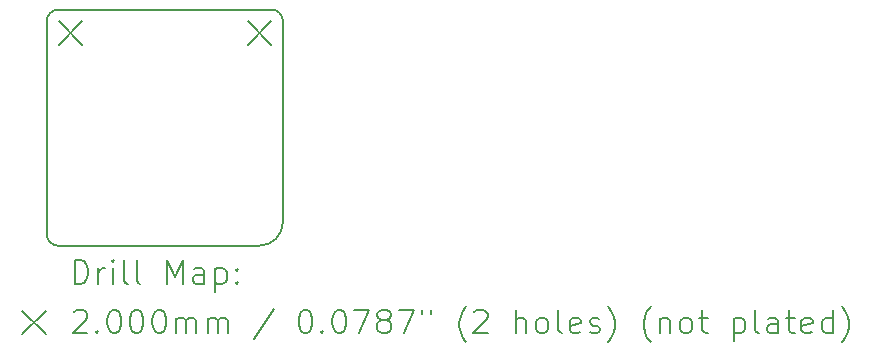
<source format=gbr>
%TF.GenerationSoftware,KiCad,Pcbnew,7.0.2*%
%TF.CreationDate,2023-09-13T14:26:03-04:00*%
%TF.ProjectId,PicoMod,5069636f-4d6f-4642-9e6b-696361645f70,rev?*%
%TF.SameCoordinates,Original*%
%TF.FileFunction,Drillmap*%
%TF.FilePolarity,Positive*%
%FSLAX45Y45*%
G04 Gerber Fmt 4.5, Leading zero omitted, Abs format (unit mm)*
G04 Created by KiCad (PCBNEW 7.0.2) date 2023-09-13 14:26:03*
%MOMM*%
%LPD*%
G01*
G04 APERTURE LIST*
%ADD10C,0.200000*%
G04 APERTURE END LIST*
D10*
X2099999Y-2000000D02*
G75*
G03*
X2000000Y-2099999I1J-100000D01*
G01*
X3800000Y-4000000D02*
X2100000Y-4000000D01*
X2099999Y-1999999D02*
X3900013Y-1999987D01*
X4000003Y-2099987D02*
G75*
G03*
X3900013Y-1999987I-100003J-3D01*
G01*
X4000000Y-2099987D02*
X4000000Y-3800000D01*
X3800000Y-4000000D02*
G75*
G03*
X4000000Y-3800000I0J200000D01*
G01*
X2000000Y-3900000D02*
X2000000Y-2099999D01*
X2000000Y-3900000D02*
G75*
G03*
X2100000Y-4000000I100000J0D01*
G01*
X2100000Y-2100000D02*
X2300000Y-2300000D01*
X2300000Y-2100000D02*
X2100000Y-2300000D01*
X3700000Y-2100000D02*
X3900000Y-2300000D01*
X3900000Y-2100000D02*
X3700000Y-2300000D01*
X2237619Y-4322524D02*
X2237619Y-4122524D01*
X2237619Y-4122524D02*
X2285238Y-4122524D01*
X2285238Y-4122524D02*
X2313810Y-4132048D01*
X2313810Y-4132048D02*
X2332857Y-4151095D01*
X2332857Y-4151095D02*
X2342381Y-4170143D01*
X2342381Y-4170143D02*
X2351905Y-4208238D01*
X2351905Y-4208238D02*
X2351905Y-4236810D01*
X2351905Y-4236810D02*
X2342381Y-4274905D01*
X2342381Y-4274905D02*
X2332857Y-4293952D01*
X2332857Y-4293952D02*
X2313810Y-4313000D01*
X2313810Y-4313000D02*
X2285238Y-4322524D01*
X2285238Y-4322524D02*
X2237619Y-4322524D01*
X2437619Y-4322524D02*
X2437619Y-4189190D01*
X2437619Y-4227286D02*
X2447143Y-4208238D01*
X2447143Y-4208238D02*
X2456667Y-4198714D01*
X2456667Y-4198714D02*
X2475714Y-4189190D01*
X2475714Y-4189190D02*
X2494762Y-4189190D01*
X2561429Y-4322524D02*
X2561429Y-4189190D01*
X2561429Y-4122524D02*
X2551905Y-4132048D01*
X2551905Y-4132048D02*
X2561429Y-4141571D01*
X2561429Y-4141571D02*
X2570952Y-4132048D01*
X2570952Y-4132048D02*
X2561429Y-4122524D01*
X2561429Y-4122524D02*
X2561429Y-4141571D01*
X2685238Y-4322524D02*
X2666190Y-4313000D01*
X2666190Y-4313000D02*
X2656667Y-4293952D01*
X2656667Y-4293952D02*
X2656667Y-4122524D01*
X2790000Y-4322524D02*
X2770952Y-4313000D01*
X2770952Y-4313000D02*
X2761429Y-4293952D01*
X2761429Y-4293952D02*
X2761429Y-4122524D01*
X3018571Y-4322524D02*
X3018571Y-4122524D01*
X3018571Y-4122524D02*
X3085238Y-4265381D01*
X3085238Y-4265381D02*
X3151905Y-4122524D01*
X3151905Y-4122524D02*
X3151905Y-4322524D01*
X3332857Y-4322524D02*
X3332857Y-4217762D01*
X3332857Y-4217762D02*
X3323333Y-4198714D01*
X3323333Y-4198714D02*
X3304286Y-4189190D01*
X3304286Y-4189190D02*
X3266190Y-4189190D01*
X3266190Y-4189190D02*
X3247143Y-4198714D01*
X3332857Y-4313000D02*
X3313809Y-4322524D01*
X3313809Y-4322524D02*
X3266190Y-4322524D01*
X3266190Y-4322524D02*
X3247143Y-4313000D01*
X3247143Y-4313000D02*
X3237619Y-4293952D01*
X3237619Y-4293952D02*
X3237619Y-4274905D01*
X3237619Y-4274905D02*
X3247143Y-4255857D01*
X3247143Y-4255857D02*
X3266190Y-4246333D01*
X3266190Y-4246333D02*
X3313809Y-4246333D01*
X3313809Y-4246333D02*
X3332857Y-4236810D01*
X3428095Y-4189190D02*
X3428095Y-4389190D01*
X3428095Y-4198714D02*
X3447143Y-4189190D01*
X3447143Y-4189190D02*
X3485238Y-4189190D01*
X3485238Y-4189190D02*
X3504286Y-4198714D01*
X3504286Y-4198714D02*
X3513809Y-4208238D01*
X3513809Y-4208238D02*
X3523333Y-4227286D01*
X3523333Y-4227286D02*
X3523333Y-4284429D01*
X3523333Y-4284429D02*
X3513809Y-4303476D01*
X3513809Y-4303476D02*
X3504286Y-4313000D01*
X3504286Y-4313000D02*
X3485238Y-4322524D01*
X3485238Y-4322524D02*
X3447143Y-4322524D01*
X3447143Y-4322524D02*
X3428095Y-4313000D01*
X3609048Y-4303476D02*
X3618571Y-4313000D01*
X3618571Y-4313000D02*
X3609048Y-4322524D01*
X3609048Y-4322524D02*
X3599524Y-4313000D01*
X3599524Y-4313000D02*
X3609048Y-4303476D01*
X3609048Y-4303476D02*
X3609048Y-4322524D01*
X3609048Y-4198714D02*
X3618571Y-4208238D01*
X3618571Y-4208238D02*
X3609048Y-4217762D01*
X3609048Y-4217762D02*
X3599524Y-4208238D01*
X3599524Y-4208238D02*
X3609048Y-4198714D01*
X3609048Y-4198714D02*
X3609048Y-4217762D01*
X1790000Y-4550000D02*
X1990000Y-4750000D01*
X1990000Y-4550000D02*
X1790000Y-4750000D01*
X2228095Y-4561571D02*
X2237619Y-4552048D01*
X2237619Y-4552048D02*
X2256667Y-4542524D01*
X2256667Y-4542524D02*
X2304286Y-4542524D01*
X2304286Y-4542524D02*
X2323333Y-4552048D01*
X2323333Y-4552048D02*
X2332857Y-4561571D01*
X2332857Y-4561571D02*
X2342381Y-4580619D01*
X2342381Y-4580619D02*
X2342381Y-4599667D01*
X2342381Y-4599667D02*
X2332857Y-4628238D01*
X2332857Y-4628238D02*
X2218571Y-4742524D01*
X2218571Y-4742524D02*
X2342381Y-4742524D01*
X2428095Y-4723476D02*
X2437619Y-4733000D01*
X2437619Y-4733000D02*
X2428095Y-4742524D01*
X2428095Y-4742524D02*
X2418571Y-4733000D01*
X2418571Y-4733000D02*
X2428095Y-4723476D01*
X2428095Y-4723476D02*
X2428095Y-4742524D01*
X2561429Y-4542524D02*
X2580476Y-4542524D01*
X2580476Y-4542524D02*
X2599524Y-4552048D01*
X2599524Y-4552048D02*
X2609048Y-4561571D01*
X2609048Y-4561571D02*
X2618571Y-4580619D01*
X2618571Y-4580619D02*
X2628095Y-4618714D01*
X2628095Y-4618714D02*
X2628095Y-4666333D01*
X2628095Y-4666333D02*
X2618571Y-4704429D01*
X2618571Y-4704429D02*
X2609048Y-4723476D01*
X2609048Y-4723476D02*
X2599524Y-4733000D01*
X2599524Y-4733000D02*
X2580476Y-4742524D01*
X2580476Y-4742524D02*
X2561429Y-4742524D01*
X2561429Y-4742524D02*
X2542381Y-4733000D01*
X2542381Y-4733000D02*
X2532857Y-4723476D01*
X2532857Y-4723476D02*
X2523333Y-4704429D01*
X2523333Y-4704429D02*
X2513810Y-4666333D01*
X2513810Y-4666333D02*
X2513810Y-4618714D01*
X2513810Y-4618714D02*
X2523333Y-4580619D01*
X2523333Y-4580619D02*
X2532857Y-4561571D01*
X2532857Y-4561571D02*
X2542381Y-4552048D01*
X2542381Y-4552048D02*
X2561429Y-4542524D01*
X2751905Y-4542524D02*
X2770952Y-4542524D01*
X2770952Y-4542524D02*
X2790000Y-4552048D01*
X2790000Y-4552048D02*
X2799524Y-4561571D01*
X2799524Y-4561571D02*
X2809048Y-4580619D01*
X2809048Y-4580619D02*
X2818571Y-4618714D01*
X2818571Y-4618714D02*
X2818571Y-4666333D01*
X2818571Y-4666333D02*
X2809048Y-4704429D01*
X2809048Y-4704429D02*
X2799524Y-4723476D01*
X2799524Y-4723476D02*
X2790000Y-4733000D01*
X2790000Y-4733000D02*
X2770952Y-4742524D01*
X2770952Y-4742524D02*
X2751905Y-4742524D01*
X2751905Y-4742524D02*
X2732857Y-4733000D01*
X2732857Y-4733000D02*
X2723333Y-4723476D01*
X2723333Y-4723476D02*
X2713810Y-4704429D01*
X2713810Y-4704429D02*
X2704286Y-4666333D01*
X2704286Y-4666333D02*
X2704286Y-4618714D01*
X2704286Y-4618714D02*
X2713810Y-4580619D01*
X2713810Y-4580619D02*
X2723333Y-4561571D01*
X2723333Y-4561571D02*
X2732857Y-4552048D01*
X2732857Y-4552048D02*
X2751905Y-4542524D01*
X2942381Y-4542524D02*
X2961429Y-4542524D01*
X2961429Y-4542524D02*
X2980476Y-4552048D01*
X2980476Y-4552048D02*
X2990000Y-4561571D01*
X2990000Y-4561571D02*
X2999524Y-4580619D01*
X2999524Y-4580619D02*
X3009048Y-4618714D01*
X3009048Y-4618714D02*
X3009048Y-4666333D01*
X3009048Y-4666333D02*
X2999524Y-4704429D01*
X2999524Y-4704429D02*
X2990000Y-4723476D01*
X2990000Y-4723476D02*
X2980476Y-4733000D01*
X2980476Y-4733000D02*
X2961429Y-4742524D01*
X2961429Y-4742524D02*
X2942381Y-4742524D01*
X2942381Y-4742524D02*
X2923333Y-4733000D01*
X2923333Y-4733000D02*
X2913809Y-4723476D01*
X2913809Y-4723476D02*
X2904286Y-4704429D01*
X2904286Y-4704429D02*
X2894762Y-4666333D01*
X2894762Y-4666333D02*
X2894762Y-4618714D01*
X2894762Y-4618714D02*
X2904286Y-4580619D01*
X2904286Y-4580619D02*
X2913809Y-4561571D01*
X2913809Y-4561571D02*
X2923333Y-4552048D01*
X2923333Y-4552048D02*
X2942381Y-4542524D01*
X3094762Y-4742524D02*
X3094762Y-4609190D01*
X3094762Y-4628238D02*
X3104286Y-4618714D01*
X3104286Y-4618714D02*
X3123333Y-4609190D01*
X3123333Y-4609190D02*
X3151905Y-4609190D01*
X3151905Y-4609190D02*
X3170952Y-4618714D01*
X3170952Y-4618714D02*
X3180476Y-4637762D01*
X3180476Y-4637762D02*
X3180476Y-4742524D01*
X3180476Y-4637762D02*
X3190000Y-4618714D01*
X3190000Y-4618714D02*
X3209048Y-4609190D01*
X3209048Y-4609190D02*
X3237619Y-4609190D01*
X3237619Y-4609190D02*
X3256667Y-4618714D01*
X3256667Y-4618714D02*
X3266190Y-4637762D01*
X3266190Y-4637762D02*
X3266190Y-4742524D01*
X3361429Y-4742524D02*
X3361429Y-4609190D01*
X3361429Y-4628238D02*
X3370952Y-4618714D01*
X3370952Y-4618714D02*
X3390000Y-4609190D01*
X3390000Y-4609190D02*
X3418571Y-4609190D01*
X3418571Y-4609190D02*
X3437619Y-4618714D01*
X3437619Y-4618714D02*
X3447143Y-4637762D01*
X3447143Y-4637762D02*
X3447143Y-4742524D01*
X3447143Y-4637762D02*
X3456667Y-4618714D01*
X3456667Y-4618714D02*
X3475714Y-4609190D01*
X3475714Y-4609190D02*
X3504286Y-4609190D01*
X3504286Y-4609190D02*
X3523333Y-4618714D01*
X3523333Y-4618714D02*
X3532857Y-4637762D01*
X3532857Y-4637762D02*
X3532857Y-4742524D01*
X3923333Y-4533000D02*
X3751905Y-4790143D01*
X4180476Y-4542524D02*
X4199524Y-4542524D01*
X4199524Y-4542524D02*
X4218572Y-4552048D01*
X4218572Y-4552048D02*
X4228095Y-4561571D01*
X4228095Y-4561571D02*
X4237619Y-4580619D01*
X4237619Y-4580619D02*
X4247143Y-4618714D01*
X4247143Y-4618714D02*
X4247143Y-4666333D01*
X4247143Y-4666333D02*
X4237619Y-4704429D01*
X4237619Y-4704429D02*
X4228095Y-4723476D01*
X4228095Y-4723476D02*
X4218572Y-4733000D01*
X4218572Y-4733000D02*
X4199524Y-4742524D01*
X4199524Y-4742524D02*
X4180476Y-4742524D01*
X4180476Y-4742524D02*
X4161429Y-4733000D01*
X4161429Y-4733000D02*
X4151905Y-4723476D01*
X4151905Y-4723476D02*
X4142381Y-4704429D01*
X4142381Y-4704429D02*
X4132857Y-4666333D01*
X4132857Y-4666333D02*
X4132857Y-4618714D01*
X4132857Y-4618714D02*
X4142381Y-4580619D01*
X4142381Y-4580619D02*
X4151905Y-4561571D01*
X4151905Y-4561571D02*
X4161429Y-4552048D01*
X4161429Y-4552048D02*
X4180476Y-4542524D01*
X4332857Y-4723476D02*
X4342381Y-4733000D01*
X4342381Y-4733000D02*
X4332857Y-4742524D01*
X4332857Y-4742524D02*
X4323334Y-4733000D01*
X4323334Y-4733000D02*
X4332857Y-4723476D01*
X4332857Y-4723476D02*
X4332857Y-4742524D01*
X4466191Y-4542524D02*
X4485238Y-4542524D01*
X4485238Y-4542524D02*
X4504286Y-4552048D01*
X4504286Y-4552048D02*
X4513810Y-4561571D01*
X4513810Y-4561571D02*
X4523334Y-4580619D01*
X4523334Y-4580619D02*
X4532857Y-4618714D01*
X4532857Y-4618714D02*
X4532857Y-4666333D01*
X4532857Y-4666333D02*
X4523334Y-4704429D01*
X4523334Y-4704429D02*
X4513810Y-4723476D01*
X4513810Y-4723476D02*
X4504286Y-4733000D01*
X4504286Y-4733000D02*
X4485238Y-4742524D01*
X4485238Y-4742524D02*
X4466191Y-4742524D01*
X4466191Y-4742524D02*
X4447143Y-4733000D01*
X4447143Y-4733000D02*
X4437619Y-4723476D01*
X4437619Y-4723476D02*
X4428095Y-4704429D01*
X4428095Y-4704429D02*
X4418572Y-4666333D01*
X4418572Y-4666333D02*
X4418572Y-4618714D01*
X4418572Y-4618714D02*
X4428095Y-4580619D01*
X4428095Y-4580619D02*
X4437619Y-4561571D01*
X4437619Y-4561571D02*
X4447143Y-4552048D01*
X4447143Y-4552048D02*
X4466191Y-4542524D01*
X4599524Y-4542524D02*
X4732857Y-4542524D01*
X4732857Y-4542524D02*
X4647143Y-4742524D01*
X4837619Y-4628238D02*
X4818572Y-4618714D01*
X4818572Y-4618714D02*
X4809048Y-4609190D01*
X4809048Y-4609190D02*
X4799524Y-4590143D01*
X4799524Y-4590143D02*
X4799524Y-4580619D01*
X4799524Y-4580619D02*
X4809048Y-4561571D01*
X4809048Y-4561571D02*
X4818572Y-4552048D01*
X4818572Y-4552048D02*
X4837619Y-4542524D01*
X4837619Y-4542524D02*
X4875715Y-4542524D01*
X4875715Y-4542524D02*
X4894762Y-4552048D01*
X4894762Y-4552048D02*
X4904286Y-4561571D01*
X4904286Y-4561571D02*
X4913810Y-4580619D01*
X4913810Y-4580619D02*
X4913810Y-4590143D01*
X4913810Y-4590143D02*
X4904286Y-4609190D01*
X4904286Y-4609190D02*
X4894762Y-4618714D01*
X4894762Y-4618714D02*
X4875715Y-4628238D01*
X4875715Y-4628238D02*
X4837619Y-4628238D01*
X4837619Y-4628238D02*
X4818572Y-4637762D01*
X4818572Y-4637762D02*
X4809048Y-4647286D01*
X4809048Y-4647286D02*
X4799524Y-4666333D01*
X4799524Y-4666333D02*
X4799524Y-4704429D01*
X4799524Y-4704429D02*
X4809048Y-4723476D01*
X4809048Y-4723476D02*
X4818572Y-4733000D01*
X4818572Y-4733000D02*
X4837619Y-4742524D01*
X4837619Y-4742524D02*
X4875715Y-4742524D01*
X4875715Y-4742524D02*
X4894762Y-4733000D01*
X4894762Y-4733000D02*
X4904286Y-4723476D01*
X4904286Y-4723476D02*
X4913810Y-4704429D01*
X4913810Y-4704429D02*
X4913810Y-4666333D01*
X4913810Y-4666333D02*
X4904286Y-4647286D01*
X4904286Y-4647286D02*
X4894762Y-4637762D01*
X4894762Y-4637762D02*
X4875715Y-4628238D01*
X4980476Y-4542524D02*
X5113810Y-4542524D01*
X5113810Y-4542524D02*
X5028095Y-4742524D01*
X5180476Y-4542524D02*
X5180476Y-4580619D01*
X5256667Y-4542524D02*
X5256667Y-4580619D01*
X5551905Y-4818714D02*
X5542381Y-4809190D01*
X5542381Y-4809190D02*
X5523334Y-4780619D01*
X5523334Y-4780619D02*
X5513810Y-4761571D01*
X5513810Y-4761571D02*
X5504286Y-4733000D01*
X5504286Y-4733000D02*
X5494762Y-4685381D01*
X5494762Y-4685381D02*
X5494762Y-4647286D01*
X5494762Y-4647286D02*
X5504286Y-4599667D01*
X5504286Y-4599667D02*
X5513810Y-4571095D01*
X5513810Y-4571095D02*
X5523334Y-4552048D01*
X5523334Y-4552048D02*
X5542381Y-4523476D01*
X5542381Y-4523476D02*
X5551905Y-4513952D01*
X5618572Y-4561571D02*
X5628095Y-4552048D01*
X5628095Y-4552048D02*
X5647143Y-4542524D01*
X5647143Y-4542524D02*
X5694762Y-4542524D01*
X5694762Y-4542524D02*
X5713810Y-4552048D01*
X5713810Y-4552048D02*
X5723334Y-4561571D01*
X5723334Y-4561571D02*
X5732857Y-4580619D01*
X5732857Y-4580619D02*
X5732857Y-4599667D01*
X5732857Y-4599667D02*
X5723334Y-4628238D01*
X5723334Y-4628238D02*
X5609048Y-4742524D01*
X5609048Y-4742524D02*
X5732857Y-4742524D01*
X5970953Y-4742524D02*
X5970953Y-4542524D01*
X6056667Y-4742524D02*
X6056667Y-4637762D01*
X6056667Y-4637762D02*
X6047143Y-4618714D01*
X6047143Y-4618714D02*
X6028096Y-4609190D01*
X6028096Y-4609190D02*
X5999524Y-4609190D01*
X5999524Y-4609190D02*
X5980476Y-4618714D01*
X5980476Y-4618714D02*
X5970953Y-4628238D01*
X6180476Y-4742524D02*
X6161429Y-4733000D01*
X6161429Y-4733000D02*
X6151905Y-4723476D01*
X6151905Y-4723476D02*
X6142381Y-4704429D01*
X6142381Y-4704429D02*
X6142381Y-4647286D01*
X6142381Y-4647286D02*
X6151905Y-4628238D01*
X6151905Y-4628238D02*
X6161429Y-4618714D01*
X6161429Y-4618714D02*
X6180476Y-4609190D01*
X6180476Y-4609190D02*
X6209048Y-4609190D01*
X6209048Y-4609190D02*
X6228096Y-4618714D01*
X6228096Y-4618714D02*
X6237619Y-4628238D01*
X6237619Y-4628238D02*
X6247143Y-4647286D01*
X6247143Y-4647286D02*
X6247143Y-4704429D01*
X6247143Y-4704429D02*
X6237619Y-4723476D01*
X6237619Y-4723476D02*
X6228096Y-4733000D01*
X6228096Y-4733000D02*
X6209048Y-4742524D01*
X6209048Y-4742524D02*
X6180476Y-4742524D01*
X6361429Y-4742524D02*
X6342381Y-4733000D01*
X6342381Y-4733000D02*
X6332857Y-4713952D01*
X6332857Y-4713952D02*
X6332857Y-4542524D01*
X6513810Y-4733000D02*
X6494762Y-4742524D01*
X6494762Y-4742524D02*
X6456667Y-4742524D01*
X6456667Y-4742524D02*
X6437619Y-4733000D01*
X6437619Y-4733000D02*
X6428096Y-4713952D01*
X6428096Y-4713952D02*
X6428096Y-4637762D01*
X6428096Y-4637762D02*
X6437619Y-4618714D01*
X6437619Y-4618714D02*
X6456667Y-4609190D01*
X6456667Y-4609190D02*
X6494762Y-4609190D01*
X6494762Y-4609190D02*
X6513810Y-4618714D01*
X6513810Y-4618714D02*
X6523334Y-4637762D01*
X6523334Y-4637762D02*
X6523334Y-4656810D01*
X6523334Y-4656810D02*
X6428096Y-4675857D01*
X6599524Y-4733000D02*
X6618572Y-4742524D01*
X6618572Y-4742524D02*
X6656667Y-4742524D01*
X6656667Y-4742524D02*
X6675715Y-4733000D01*
X6675715Y-4733000D02*
X6685238Y-4713952D01*
X6685238Y-4713952D02*
X6685238Y-4704429D01*
X6685238Y-4704429D02*
X6675715Y-4685381D01*
X6675715Y-4685381D02*
X6656667Y-4675857D01*
X6656667Y-4675857D02*
X6628096Y-4675857D01*
X6628096Y-4675857D02*
X6609048Y-4666333D01*
X6609048Y-4666333D02*
X6599524Y-4647286D01*
X6599524Y-4647286D02*
X6599524Y-4637762D01*
X6599524Y-4637762D02*
X6609048Y-4618714D01*
X6609048Y-4618714D02*
X6628096Y-4609190D01*
X6628096Y-4609190D02*
X6656667Y-4609190D01*
X6656667Y-4609190D02*
X6675715Y-4618714D01*
X6751905Y-4818714D02*
X6761429Y-4809190D01*
X6761429Y-4809190D02*
X6780477Y-4780619D01*
X6780477Y-4780619D02*
X6790000Y-4761571D01*
X6790000Y-4761571D02*
X6799524Y-4733000D01*
X6799524Y-4733000D02*
X6809048Y-4685381D01*
X6809048Y-4685381D02*
X6809048Y-4647286D01*
X6809048Y-4647286D02*
X6799524Y-4599667D01*
X6799524Y-4599667D02*
X6790000Y-4571095D01*
X6790000Y-4571095D02*
X6780477Y-4552048D01*
X6780477Y-4552048D02*
X6761429Y-4523476D01*
X6761429Y-4523476D02*
X6751905Y-4513952D01*
X7113810Y-4818714D02*
X7104286Y-4809190D01*
X7104286Y-4809190D02*
X7085238Y-4780619D01*
X7085238Y-4780619D02*
X7075715Y-4761571D01*
X7075715Y-4761571D02*
X7066191Y-4733000D01*
X7066191Y-4733000D02*
X7056667Y-4685381D01*
X7056667Y-4685381D02*
X7056667Y-4647286D01*
X7056667Y-4647286D02*
X7066191Y-4599667D01*
X7066191Y-4599667D02*
X7075715Y-4571095D01*
X7075715Y-4571095D02*
X7085238Y-4552048D01*
X7085238Y-4552048D02*
X7104286Y-4523476D01*
X7104286Y-4523476D02*
X7113810Y-4513952D01*
X7190000Y-4609190D02*
X7190000Y-4742524D01*
X7190000Y-4628238D02*
X7199524Y-4618714D01*
X7199524Y-4618714D02*
X7218572Y-4609190D01*
X7218572Y-4609190D02*
X7247143Y-4609190D01*
X7247143Y-4609190D02*
X7266191Y-4618714D01*
X7266191Y-4618714D02*
X7275715Y-4637762D01*
X7275715Y-4637762D02*
X7275715Y-4742524D01*
X7399524Y-4742524D02*
X7380477Y-4733000D01*
X7380477Y-4733000D02*
X7370953Y-4723476D01*
X7370953Y-4723476D02*
X7361429Y-4704429D01*
X7361429Y-4704429D02*
X7361429Y-4647286D01*
X7361429Y-4647286D02*
X7370953Y-4628238D01*
X7370953Y-4628238D02*
X7380477Y-4618714D01*
X7380477Y-4618714D02*
X7399524Y-4609190D01*
X7399524Y-4609190D02*
X7428096Y-4609190D01*
X7428096Y-4609190D02*
X7447143Y-4618714D01*
X7447143Y-4618714D02*
X7456667Y-4628238D01*
X7456667Y-4628238D02*
X7466191Y-4647286D01*
X7466191Y-4647286D02*
X7466191Y-4704429D01*
X7466191Y-4704429D02*
X7456667Y-4723476D01*
X7456667Y-4723476D02*
X7447143Y-4733000D01*
X7447143Y-4733000D02*
X7428096Y-4742524D01*
X7428096Y-4742524D02*
X7399524Y-4742524D01*
X7523334Y-4609190D02*
X7599524Y-4609190D01*
X7551905Y-4542524D02*
X7551905Y-4713952D01*
X7551905Y-4713952D02*
X7561429Y-4733000D01*
X7561429Y-4733000D02*
X7580477Y-4742524D01*
X7580477Y-4742524D02*
X7599524Y-4742524D01*
X7818572Y-4609190D02*
X7818572Y-4809190D01*
X7818572Y-4618714D02*
X7837619Y-4609190D01*
X7837619Y-4609190D02*
X7875715Y-4609190D01*
X7875715Y-4609190D02*
X7894762Y-4618714D01*
X7894762Y-4618714D02*
X7904286Y-4628238D01*
X7904286Y-4628238D02*
X7913810Y-4647286D01*
X7913810Y-4647286D02*
X7913810Y-4704429D01*
X7913810Y-4704429D02*
X7904286Y-4723476D01*
X7904286Y-4723476D02*
X7894762Y-4733000D01*
X7894762Y-4733000D02*
X7875715Y-4742524D01*
X7875715Y-4742524D02*
X7837619Y-4742524D01*
X7837619Y-4742524D02*
X7818572Y-4733000D01*
X8028096Y-4742524D02*
X8009048Y-4733000D01*
X8009048Y-4733000D02*
X7999524Y-4713952D01*
X7999524Y-4713952D02*
X7999524Y-4542524D01*
X8190000Y-4742524D02*
X8190000Y-4637762D01*
X8190000Y-4637762D02*
X8180477Y-4618714D01*
X8180477Y-4618714D02*
X8161429Y-4609190D01*
X8161429Y-4609190D02*
X8123334Y-4609190D01*
X8123334Y-4609190D02*
X8104286Y-4618714D01*
X8190000Y-4733000D02*
X8170953Y-4742524D01*
X8170953Y-4742524D02*
X8123334Y-4742524D01*
X8123334Y-4742524D02*
X8104286Y-4733000D01*
X8104286Y-4733000D02*
X8094762Y-4713952D01*
X8094762Y-4713952D02*
X8094762Y-4694905D01*
X8094762Y-4694905D02*
X8104286Y-4675857D01*
X8104286Y-4675857D02*
X8123334Y-4666333D01*
X8123334Y-4666333D02*
X8170953Y-4666333D01*
X8170953Y-4666333D02*
X8190000Y-4656810D01*
X8256667Y-4609190D02*
X8332858Y-4609190D01*
X8285239Y-4542524D02*
X8285239Y-4713952D01*
X8285239Y-4713952D02*
X8294762Y-4733000D01*
X8294762Y-4733000D02*
X8313810Y-4742524D01*
X8313810Y-4742524D02*
X8332858Y-4742524D01*
X8475715Y-4733000D02*
X8456667Y-4742524D01*
X8456667Y-4742524D02*
X8418572Y-4742524D01*
X8418572Y-4742524D02*
X8399524Y-4733000D01*
X8399524Y-4733000D02*
X8390001Y-4713952D01*
X8390001Y-4713952D02*
X8390001Y-4637762D01*
X8390001Y-4637762D02*
X8399524Y-4618714D01*
X8399524Y-4618714D02*
X8418572Y-4609190D01*
X8418572Y-4609190D02*
X8456667Y-4609190D01*
X8456667Y-4609190D02*
X8475715Y-4618714D01*
X8475715Y-4618714D02*
X8485239Y-4637762D01*
X8485239Y-4637762D02*
X8485239Y-4656810D01*
X8485239Y-4656810D02*
X8390001Y-4675857D01*
X8656667Y-4742524D02*
X8656667Y-4542524D01*
X8656667Y-4733000D02*
X8637620Y-4742524D01*
X8637620Y-4742524D02*
X8599524Y-4742524D01*
X8599524Y-4742524D02*
X8580477Y-4733000D01*
X8580477Y-4733000D02*
X8570953Y-4723476D01*
X8570953Y-4723476D02*
X8561429Y-4704429D01*
X8561429Y-4704429D02*
X8561429Y-4647286D01*
X8561429Y-4647286D02*
X8570953Y-4628238D01*
X8570953Y-4628238D02*
X8580477Y-4618714D01*
X8580477Y-4618714D02*
X8599524Y-4609190D01*
X8599524Y-4609190D02*
X8637620Y-4609190D01*
X8637620Y-4609190D02*
X8656667Y-4618714D01*
X8732858Y-4818714D02*
X8742382Y-4809190D01*
X8742382Y-4809190D02*
X8761429Y-4780619D01*
X8761429Y-4780619D02*
X8770953Y-4761571D01*
X8770953Y-4761571D02*
X8780477Y-4733000D01*
X8780477Y-4733000D02*
X8790001Y-4685381D01*
X8790001Y-4685381D02*
X8790001Y-4647286D01*
X8790001Y-4647286D02*
X8780477Y-4599667D01*
X8780477Y-4599667D02*
X8770953Y-4571095D01*
X8770953Y-4571095D02*
X8761429Y-4552048D01*
X8761429Y-4552048D02*
X8742382Y-4523476D01*
X8742382Y-4523476D02*
X8732858Y-4513952D01*
M02*

</source>
